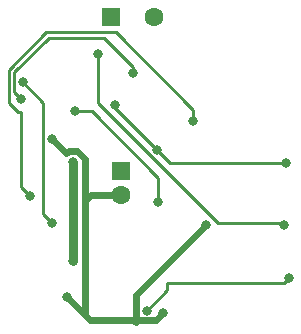
<source format=gbr>
%TF.GenerationSoftware,KiCad,Pcbnew,7.0.11+dfsg-1build4*%
%TF.CreationDate,2024-07-18T16:06:06-06:00*%
%TF.ProjectId,doordinger,646f6f72-6469-46e6-9765-722e6b696361,2*%
%TF.SameCoordinates,Original*%
%TF.FileFunction,Copper,L2,Bot*%
%TF.FilePolarity,Positive*%
%FSLAX46Y46*%
G04 Gerber Fmt 4.6, Leading zero omitted, Abs format (unit mm)*
G04 Created by KiCad (PCBNEW 7.0.11+dfsg-1build4) date 2024-07-18 16:06:06*
%MOMM*%
%LPD*%
G01*
G04 APERTURE LIST*
G04 Aperture macros list*
%AMRoundRect*
0 Rectangle with rounded corners*
0 $1 Rounding radius*
0 $2 $3 $4 $5 $6 $7 $8 $9 X,Y pos of 4 corners*
0 Add a 4 corners polygon primitive as box body*
4,1,4,$2,$3,$4,$5,$6,$7,$8,$9,$2,$3,0*
0 Add four circle primitives for the rounded corners*
1,1,$1+$1,$2,$3*
1,1,$1+$1,$4,$5*
1,1,$1+$1,$6,$7*
1,1,$1+$1,$8,$9*
0 Add four rect primitives between the rounded corners*
20,1,$1+$1,$2,$3,$4,$5,0*
20,1,$1+$1,$4,$5,$6,$7,0*
20,1,$1+$1,$6,$7,$8,$9,0*
20,1,$1+$1,$8,$9,$2,$3,0*%
G04 Aperture macros list end*
%TA.AperFunction,ComponentPad*%
%ADD10R,1.600000X1.600000*%
%TD*%
%TA.AperFunction,ComponentPad*%
%ADD11C,1.600000*%
%TD*%
%TA.AperFunction,ComponentPad*%
%ADD12RoundRect,0.250000X-0.550000X-0.550000X0.550000X-0.550000X0.550000X0.550000X-0.550000X0.550000X0*%
%TD*%
%TA.AperFunction,ViaPad*%
%ADD13C,0.800000*%
%TD*%
%TA.AperFunction,Conductor*%
%ADD14C,0.250000*%
%TD*%
%TA.AperFunction,Conductor*%
%ADD15C,0.600000*%
%TD*%
%TA.AperFunction,Conductor*%
%ADD16C,0.500000*%
%TD*%
%TA.AperFunction,Conductor*%
%ADD17C,0.750000*%
%TD*%
G04 APERTURE END LIST*
D10*
%TO.P,C1,1*%
%TO.N,Net-(Q2-C)*%
X224028000Y-148876000D03*
D11*
%TO.P,C1,2*%
%TO.N,GND*%
X224028000Y-150876000D03*
%TD*%
D12*
%TO.P,LS1,1,1*%
%TO.N,Net-(Q1-C)*%
X223163000Y-135839000D03*
D11*
%TO.P,LS1,2,2*%
%TO.N,Net-(Q2-E)*%
X226763000Y-135839000D03*
%TD*%
D13*
%TO.N,Net-(U1A--)*%
X225043000Y-140559000D03*
X215548000Y-142748000D03*
%TO.N,Net-(U1B--)*%
X216329050Y-150954950D03*
X230123000Y-144609002D03*
%TO.N,Net-(Q1-B)*%
X222018000Y-138939000D03*
X237820000Y-153416000D03*
%TO.N,Net-(R3-Pad2)*%
X227072594Y-147097810D03*
X237963000Y-148179000D03*
X223520000Y-143256000D03*
%TO.N,Net-(U1B-+)*%
X215663000Y-141339000D03*
X218163000Y-153259000D03*
%TO.N,Net-(U1A-+)*%
X227109439Y-151508763D03*
X220134302Y-143813504D03*
%TO.N,GND*%
X227583000Y-160879000D03*
X231169353Y-153445353D03*
X218148000Y-146151892D03*
X219456000Y-159512000D03*
%TO.N,Net-(D8-K)*%
X219939347Y-148076998D03*
X219963000Y-156464000D03*
%TO.N,Net-(Q3-C)*%
X238210501Y-157946501D03*
X226163000Y-160739000D03*
%TD*%
D14*
%TO.N,Net-(U1A--)*%
X214938000Y-140494695D02*
X217863695Y-137569000D01*
X225043000Y-140018695D02*
X225043000Y-140559000D01*
X217863695Y-137569000D02*
X222593305Y-137569000D01*
X215548000Y-142748000D02*
X214938000Y-142138000D01*
X222593305Y-137569000D02*
X225043000Y-140018695D01*
X214938000Y-142138000D02*
X214938000Y-140494695D01*
%TO.N,Net-(U1B--)*%
X214488000Y-140308299D02*
X214488000Y-143064305D01*
X230123000Y-144609002D02*
X230123000Y-143691196D01*
X214488000Y-143064305D02*
X215247695Y-143824000D01*
X215548000Y-143824000D02*
X215548000Y-150173900D01*
X215247695Y-143824000D02*
X215548000Y-143824000D01*
X223550804Y-137119000D02*
X217677299Y-137119000D01*
X230123000Y-143691196D02*
X223550804Y-137119000D01*
X217677299Y-137119000D02*
X214488000Y-140308299D01*
X215548000Y-150173900D02*
X216329050Y-150954950D01*
%TO.N,Net-(Q1-B)*%
X237820000Y-153416000D02*
X237649052Y-153245052D01*
X222018000Y-143068521D02*
X222018000Y-138939000D01*
X232194531Y-153245052D02*
X222018000Y-143068521D01*
X237649052Y-153245052D02*
X232194531Y-153245052D01*
%TO.N,Net-(R3-Pad2)*%
X223520000Y-143545216D02*
X227072594Y-147097810D01*
X223520000Y-143256000D02*
X223520000Y-143545216D01*
X227072594Y-147097810D02*
X228153784Y-148179000D01*
X228153784Y-148179000D02*
X237963000Y-148179000D01*
%TO.N,Net-(U1B-+)*%
X218163000Y-153259000D02*
X217423000Y-152519000D01*
X217423000Y-143099000D02*
X217423000Y-152519000D01*
X215663000Y-141339000D02*
X217423000Y-143099000D01*
%TO.N,Net-(U1A-+)*%
X227109439Y-149415439D02*
X221507504Y-143813504D01*
X221507504Y-143813504D02*
X220134302Y-143813504D01*
X227109439Y-151508763D02*
X227109439Y-149415439D01*
D15*
%TO.N,GND*%
X220980000Y-151384000D02*
X221488000Y-150876000D01*
X218148000Y-146151892D02*
X219369830Y-147373722D01*
X219456000Y-159512000D02*
X220980000Y-161036000D01*
X227583000Y-160879000D02*
X226998000Y-161464000D01*
D16*
X221996000Y-161464000D02*
X222503000Y-161464000D01*
D15*
X220312140Y-147176998D02*
X220980000Y-147844858D01*
X221408000Y-161464000D02*
X221996000Y-161464000D01*
X225263000Y-159351706D02*
X231169353Y-153445353D01*
X220980000Y-161036000D02*
X221408000Y-161464000D01*
X225044000Y-161464000D02*
X221996000Y-161464000D01*
X225044000Y-161464000D02*
X225263000Y-161683000D01*
X220980000Y-147844858D02*
X220980000Y-149352000D01*
X220980000Y-149352000D02*
X220980000Y-151384000D01*
X226998000Y-161464000D02*
X225044000Y-161464000D01*
X221488000Y-150876000D02*
X224028000Y-150876000D01*
X219369830Y-147373722D02*
X219566554Y-147176998D01*
X220980000Y-151384000D02*
X220980000Y-161036000D01*
X219566554Y-147176998D02*
X220312140Y-147176998D01*
X225263000Y-161683000D02*
X225263000Y-159351706D01*
D14*
%TO.N,Net-(D8-K)*%
X219963000Y-148100651D02*
X219939347Y-148076998D01*
D17*
X219963000Y-156464000D02*
X219963000Y-148100651D01*
D14*
%TO.N,Net-(Q3-C)*%
X238210501Y-157946501D02*
X237818002Y-158339000D01*
X227928000Y-158974000D02*
X226163000Y-160739000D01*
X237818002Y-158339000D02*
X227928000Y-158339000D01*
X227928000Y-158339000D02*
X227928000Y-158974000D01*
%TD*%
M02*

</source>
